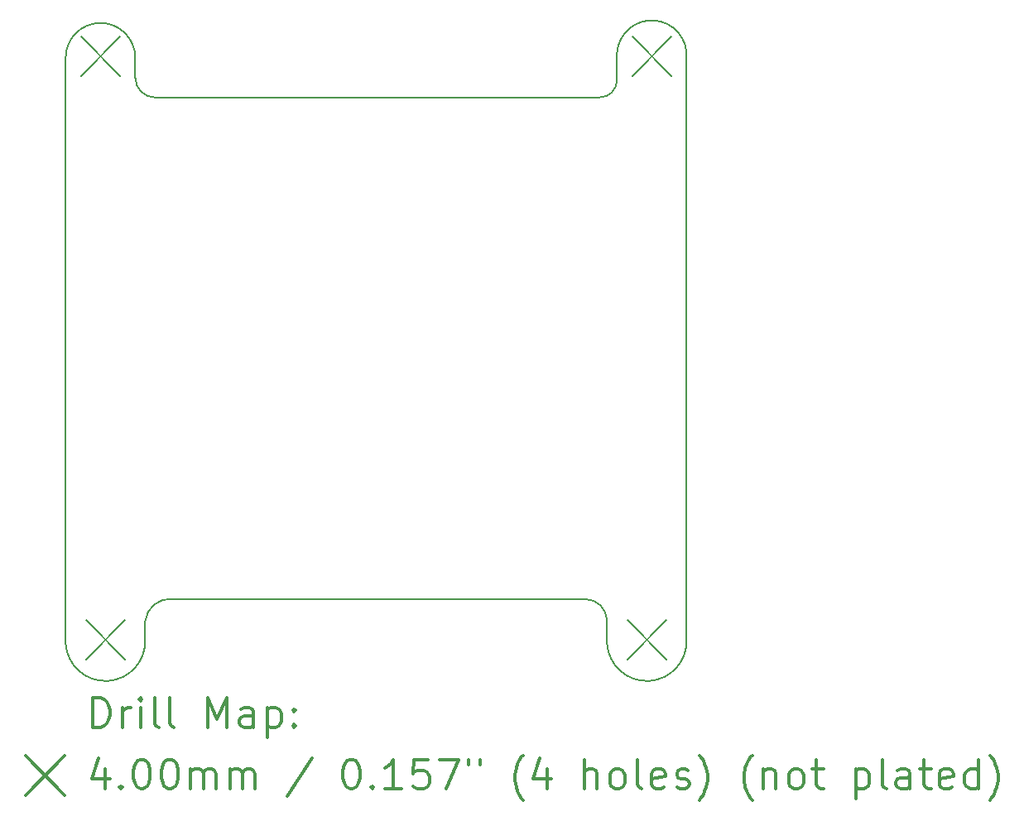
<source format=gbr>
%FSLAX45Y45*%
G04 Gerber Fmt 4.5, Leading zero omitted, Abs format (unit mm)*
G04 Created by KiCad (PCBNEW 5.0.0-rc3-unknown-3e22e5c~65~ubuntu16.04.1) date Wed Jul 11 23:21:29 2018*
%MOMM*%
%LPD*%
G01*
G04 APERTURE LIST*
%ADD10C,0.150000*%
%ADD11C,0.200000*%
%ADD12C,0.300000*%
G04 APERTURE END LIST*
D10*
X16179800Y-13030200D02*
G75*
G03X16560800Y-12598400I-25400J406400D01*
G01*
X15748000Y-12420600D02*
X15748000Y-12649200D01*
X15748000Y-12420600D02*
G75*
G03X15519400Y-12192000I-228600J0D01*
G01*
X16560800Y-12598400D02*
X16560800Y-12192000D01*
X15748000Y-12649200D02*
G75*
G03X16179800Y-13030200I406400J25400D01*
G01*
X11303000Y-12192000D02*
X15519400Y-12192000D01*
X11125200Y-7061200D02*
X15671800Y-7061200D01*
X11023600Y-12420600D02*
X11023600Y-12598400D01*
X11303000Y-12192000D02*
G75*
G03X11023600Y-12420600I-25400J-254000D01*
G01*
X15849600Y-6604000D02*
X15849600Y-6883400D01*
X15671800Y-7061200D02*
G75*
G03X15849600Y-6883400I0J177800D01*
G01*
X10922000Y-6654800D02*
X10922000Y-6858000D01*
X10922000Y-6858000D02*
G75*
G03X11125200Y-7061200I203200J0D01*
G01*
X10210800Y-12192000D02*
X10210800Y-12649200D01*
X10210800Y-12649200D02*
G75*
G03X10642600Y-13030200I406400J25400D01*
G01*
X10642600Y-13030200D02*
G75*
G03X11023600Y-12598400I-25400J406400D01*
G01*
X16560800Y-6654800D02*
X16560800Y-7061200D01*
X16230600Y-6273800D02*
G75*
G03X15849600Y-6604000I-25400J-355600D01*
G01*
X16560800Y-6654800D02*
G75*
G03X16230600Y-6273800I-355600J25400D01*
G01*
X10210800Y-6654800D02*
X10210800Y-7061200D01*
X10922000Y-6654800D02*
G75*
G03X10566400Y-6299200I-355600J0D01*
G01*
X10566400Y-6299200D02*
G75*
G03X10210800Y-6654800I0J-355600D01*
G01*
X10210800Y-7061200D02*
X10210800Y-12192000D01*
X16560800Y-12192000D02*
X16560800Y-7061200D01*
D11*
X10417200Y-12408560D02*
X10817200Y-12808560D01*
X10817200Y-12408560D02*
X10417200Y-12808560D01*
X10366400Y-6439560D02*
X10766400Y-6839560D01*
X10766400Y-6439560D02*
X10366400Y-6839560D01*
X15954400Y-12408560D02*
X16354400Y-12808560D01*
X16354400Y-12408560D02*
X15954400Y-12808560D01*
X16005200Y-6439560D02*
X16405200Y-6839560D01*
X16405200Y-6439560D02*
X16005200Y-6839560D01*
D12*
X10489728Y-13504207D02*
X10489728Y-13204207D01*
X10561157Y-13204207D01*
X10604014Y-13218493D01*
X10632586Y-13247064D01*
X10646871Y-13275636D01*
X10661157Y-13332779D01*
X10661157Y-13375636D01*
X10646871Y-13432779D01*
X10632586Y-13461350D01*
X10604014Y-13489922D01*
X10561157Y-13504207D01*
X10489728Y-13504207D01*
X10789728Y-13504207D02*
X10789728Y-13304207D01*
X10789728Y-13361350D02*
X10804014Y-13332779D01*
X10818300Y-13318493D01*
X10846871Y-13304207D01*
X10875443Y-13304207D01*
X10975443Y-13504207D02*
X10975443Y-13304207D01*
X10975443Y-13204207D02*
X10961157Y-13218493D01*
X10975443Y-13232779D01*
X10989728Y-13218493D01*
X10975443Y-13204207D01*
X10975443Y-13232779D01*
X11161157Y-13504207D02*
X11132586Y-13489922D01*
X11118300Y-13461350D01*
X11118300Y-13204207D01*
X11318300Y-13504207D02*
X11289728Y-13489922D01*
X11275443Y-13461350D01*
X11275443Y-13204207D01*
X11661157Y-13504207D02*
X11661157Y-13204207D01*
X11761157Y-13418493D01*
X11861157Y-13204207D01*
X11861157Y-13504207D01*
X12132586Y-13504207D02*
X12132586Y-13347064D01*
X12118300Y-13318493D01*
X12089728Y-13304207D01*
X12032586Y-13304207D01*
X12004014Y-13318493D01*
X12132586Y-13489922D02*
X12104014Y-13504207D01*
X12032586Y-13504207D01*
X12004014Y-13489922D01*
X11989728Y-13461350D01*
X11989728Y-13432779D01*
X12004014Y-13404207D01*
X12032586Y-13389922D01*
X12104014Y-13389922D01*
X12132586Y-13375636D01*
X12275443Y-13304207D02*
X12275443Y-13604207D01*
X12275443Y-13318493D02*
X12304014Y-13304207D01*
X12361157Y-13304207D01*
X12389728Y-13318493D01*
X12404014Y-13332779D01*
X12418300Y-13361350D01*
X12418300Y-13447064D01*
X12404014Y-13475636D01*
X12389728Y-13489922D01*
X12361157Y-13504207D01*
X12304014Y-13504207D01*
X12275443Y-13489922D01*
X12546871Y-13475636D02*
X12561157Y-13489922D01*
X12546871Y-13504207D01*
X12532586Y-13489922D01*
X12546871Y-13475636D01*
X12546871Y-13504207D01*
X12546871Y-13318493D02*
X12561157Y-13332779D01*
X12546871Y-13347064D01*
X12532586Y-13332779D01*
X12546871Y-13318493D01*
X12546871Y-13347064D01*
X9803300Y-13798493D02*
X10203300Y-14198493D01*
X10203300Y-13798493D02*
X9803300Y-14198493D01*
X10618300Y-13934207D02*
X10618300Y-14134207D01*
X10546871Y-13819922D02*
X10475443Y-14034207D01*
X10661157Y-14034207D01*
X10775443Y-14105636D02*
X10789728Y-14119922D01*
X10775443Y-14134207D01*
X10761157Y-14119922D01*
X10775443Y-14105636D01*
X10775443Y-14134207D01*
X10975443Y-13834207D02*
X11004014Y-13834207D01*
X11032586Y-13848493D01*
X11046871Y-13862779D01*
X11061157Y-13891350D01*
X11075443Y-13948493D01*
X11075443Y-14019922D01*
X11061157Y-14077064D01*
X11046871Y-14105636D01*
X11032586Y-14119922D01*
X11004014Y-14134207D01*
X10975443Y-14134207D01*
X10946871Y-14119922D01*
X10932586Y-14105636D01*
X10918300Y-14077064D01*
X10904014Y-14019922D01*
X10904014Y-13948493D01*
X10918300Y-13891350D01*
X10932586Y-13862779D01*
X10946871Y-13848493D01*
X10975443Y-13834207D01*
X11261157Y-13834207D02*
X11289728Y-13834207D01*
X11318300Y-13848493D01*
X11332586Y-13862779D01*
X11346871Y-13891350D01*
X11361157Y-13948493D01*
X11361157Y-14019922D01*
X11346871Y-14077064D01*
X11332586Y-14105636D01*
X11318300Y-14119922D01*
X11289728Y-14134207D01*
X11261157Y-14134207D01*
X11232586Y-14119922D01*
X11218300Y-14105636D01*
X11204014Y-14077064D01*
X11189728Y-14019922D01*
X11189728Y-13948493D01*
X11204014Y-13891350D01*
X11218300Y-13862779D01*
X11232586Y-13848493D01*
X11261157Y-13834207D01*
X11489728Y-14134207D02*
X11489728Y-13934207D01*
X11489728Y-13962779D02*
X11504014Y-13948493D01*
X11532586Y-13934207D01*
X11575443Y-13934207D01*
X11604014Y-13948493D01*
X11618300Y-13977064D01*
X11618300Y-14134207D01*
X11618300Y-13977064D02*
X11632586Y-13948493D01*
X11661157Y-13934207D01*
X11704014Y-13934207D01*
X11732586Y-13948493D01*
X11746871Y-13977064D01*
X11746871Y-14134207D01*
X11889728Y-14134207D02*
X11889728Y-13934207D01*
X11889728Y-13962779D02*
X11904014Y-13948493D01*
X11932586Y-13934207D01*
X11975443Y-13934207D01*
X12004014Y-13948493D01*
X12018300Y-13977064D01*
X12018300Y-14134207D01*
X12018300Y-13977064D02*
X12032586Y-13948493D01*
X12061157Y-13934207D01*
X12104014Y-13934207D01*
X12132586Y-13948493D01*
X12146871Y-13977064D01*
X12146871Y-14134207D01*
X12732586Y-13819922D02*
X12475443Y-14205636D01*
X13118300Y-13834207D02*
X13146871Y-13834207D01*
X13175443Y-13848493D01*
X13189728Y-13862779D01*
X13204014Y-13891350D01*
X13218300Y-13948493D01*
X13218300Y-14019922D01*
X13204014Y-14077064D01*
X13189728Y-14105636D01*
X13175443Y-14119922D01*
X13146871Y-14134207D01*
X13118300Y-14134207D01*
X13089728Y-14119922D01*
X13075443Y-14105636D01*
X13061157Y-14077064D01*
X13046871Y-14019922D01*
X13046871Y-13948493D01*
X13061157Y-13891350D01*
X13075443Y-13862779D01*
X13089728Y-13848493D01*
X13118300Y-13834207D01*
X13346871Y-14105636D02*
X13361157Y-14119922D01*
X13346871Y-14134207D01*
X13332586Y-14119922D01*
X13346871Y-14105636D01*
X13346871Y-14134207D01*
X13646871Y-14134207D02*
X13475443Y-14134207D01*
X13561157Y-14134207D02*
X13561157Y-13834207D01*
X13532586Y-13877064D01*
X13504014Y-13905636D01*
X13475443Y-13919922D01*
X13918300Y-13834207D02*
X13775443Y-13834207D01*
X13761157Y-13977064D01*
X13775443Y-13962779D01*
X13804014Y-13948493D01*
X13875443Y-13948493D01*
X13904014Y-13962779D01*
X13918300Y-13977064D01*
X13932586Y-14005636D01*
X13932586Y-14077064D01*
X13918300Y-14105636D01*
X13904014Y-14119922D01*
X13875443Y-14134207D01*
X13804014Y-14134207D01*
X13775443Y-14119922D01*
X13761157Y-14105636D01*
X14032586Y-13834207D02*
X14232586Y-13834207D01*
X14104014Y-14134207D01*
X14332586Y-13834207D02*
X14332586Y-13891350D01*
X14446871Y-13834207D02*
X14446871Y-13891350D01*
X14889728Y-14248493D02*
X14875443Y-14234207D01*
X14846871Y-14191350D01*
X14832586Y-14162779D01*
X14818300Y-14119922D01*
X14804014Y-14048493D01*
X14804014Y-13991350D01*
X14818300Y-13919922D01*
X14832586Y-13877064D01*
X14846871Y-13848493D01*
X14875443Y-13805636D01*
X14889728Y-13791350D01*
X15132586Y-13934207D02*
X15132586Y-14134207D01*
X15061157Y-13819922D02*
X14989728Y-14034207D01*
X15175443Y-14034207D01*
X15518300Y-14134207D02*
X15518300Y-13834207D01*
X15646871Y-14134207D02*
X15646871Y-13977064D01*
X15632586Y-13948493D01*
X15604014Y-13934207D01*
X15561157Y-13934207D01*
X15532586Y-13948493D01*
X15518300Y-13962779D01*
X15832586Y-14134207D02*
X15804014Y-14119922D01*
X15789728Y-14105636D01*
X15775443Y-14077064D01*
X15775443Y-13991350D01*
X15789728Y-13962779D01*
X15804014Y-13948493D01*
X15832586Y-13934207D01*
X15875443Y-13934207D01*
X15904014Y-13948493D01*
X15918300Y-13962779D01*
X15932586Y-13991350D01*
X15932586Y-14077064D01*
X15918300Y-14105636D01*
X15904014Y-14119922D01*
X15875443Y-14134207D01*
X15832586Y-14134207D01*
X16104014Y-14134207D02*
X16075443Y-14119922D01*
X16061157Y-14091350D01*
X16061157Y-13834207D01*
X16332586Y-14119922D02*
X16304014Y-14134207D01*
X16246871Y-14134207D01*
X16218300Y-14119922D01*
X16204014Y-14091350D01*
X16204014Y-13977064D01*
X16218300Y-13948493D01*
X16246871Y-13934207D01*
X16304014Y-13934207D01*
X16332586Y-13948493D01*
X16346871Y-13977064D01*
X16346871Y-14005636D01*
X16204014Y-14034207D01*
X16461157Y-14119922D02*
X16489728Y-14134207D01*
X16546871Y-14134207D01*
X16575443Y-14119922D01*
X16589728Y-14091350D01*
X16589728Y-14077064D01*
X16575443Y-14048493D01*
X16546871Y-14034207D01*
X16504014Y-14034207D01*
X16475443Y-14019922D01*
X16461157Y-13991350D01*
X16461157Y-13977064D01*
X16475443Y-13948493D01*
X16504014Y-13934207D01*
X16546871Y-13934207D01*
X16575443Y-13948493D01*
X16689728Y-14248493D02*
X16704014Y-14234207D01*
X16732586Y-14191350D01*
X16746871Y-14162779D01*
X16761157Y-14119922D01*
X16775443Y-14048493D01*
X16775443Y-13991350D01*
X16761157Y-13919922D01*
X16746871Y-13877064D01*
X16732586Y-13848493D01*
X16704014Y-13805636D01*
X16689728Y-13791350D01*
X17232586Y-14248493D02*
X17218300Y-14234207D01*
X17189728Y-14191350D01*
X17175443Y-14162779D01*
X17161157Y-14119922D01*
X17146871Y-14048493D01*
X17146871Y-13991350D01*
X17161157Y-13919922D01*
X17175443Y-13877064D01*
X17189728Y-13848493D01*
X17218300Y-13805636D01*
X17232586Y-13791350D01*
X17346871Y-13934207D02*
X17346871Y-14134207D01*
X17346871Y-13962779D02*
X17361157Y-13948493D01*
X17389728Y-13934207D01*
X17432586Y-13934207D01*
X17461157Y-13948493D01*
X17475443Y-13977064D01*
X17475443Y-14134207D01*
X17661157Y-14134207D02*
X17632586Y-14119922D01*
X17618300Y-14105636D01*
X17604014Y-14077064D01*
X17604014Y-13991350D01*
X17618300Y-13962779D01*
X17632586Y-13948493D01*
X17661157Y-13934207D01*
X17704014Y-13934207D01*
X17732586Y-13948493D01*
X17746871Y-13962779D01*
X17761157Y-13991350D01*
X17761157Y-14077064D01*
X17746871Y-14105636D01*
X17732586Y-14119922D01*
X17704014Y-14134207D01*
X17661157Y-14134207D01*
X17846871Y-13934207D02*
X17961157Y-13934207D01*
X17889728Y-13834207D02*
X17889728Y-14091350D01*
X17904014Y-14119922D01*
X17932586Y-14134207D01*
X17961157Y-14134207D01*
X18289728Y-13934207D02*
X18289728Y-14234207D01*
X18289728Y-13948493D02*
X18318300Y-13934207D01*
X18375443Y-13934207D01*
X18404014Y-13948493D01*
X18418300Y-13962779D01*
X18432586Y-13991350D01*
X18432586Y-14077064D01*
X18418300Y-14105636D01*
X18404014Y-14119922D01*
X18375443Y-14134207D01*
X18318300Y-14134207D01*
X18289728Y-14119922D01*
X18604014Y-14134207D02*
X18575443Y-14119922D01*
X18561157Y-14091350D01*
X18561157Y-13834207D01*
X18846871Y-14134207D02*
X18846871Y-13977064D01*
X18832586Y-13948493D01*
X18804014Y-13934207D01*
X18746871Y-13934207D01*
X18718300Y-13948493D01*
X18846871Y-14119922D02*
X18818300Y-14134207D01*
X18746871Y-14134207D01*
X18718300Y-14119922D01*
X18704014Y-14091350D01*
X18704014Y-14062779D01*
X18718300Y-14034207D01*
X18746871Y-14019922D01*
X18818300Y-14019922D01*
X18846871Y-14005636D01*
X18946871Y-13934207D02*
X19061157Y-13934207D01*
X18989728Y-13834207D02*
X18989728Y-14091350D01*
X19004014Y-14119922D01*
X19032586Y-14134207D01*
X19061157Y-14134207D01*
X19275443Y-14119922D02*
X19246871Y-14134207D01*
X19189728Y-14134207D01*
X19161157Y-14119922D01*
X19146871Y-14091350D01*
X19146871Y-13977064D01*
X19161157Y-13948493D01*
X19189728Y-13934207D01*
X19246871Y-13934207D01*
X19275443Y-13948493D01*
X19289728Y-13977064D01*
X19289728Y-14005636D01*
X19146871Y-14034207D01*
X19546871Y-14134207D02*
X19546871Y-13834207D01*
X19546871Y-14119922D02*
X19518300Y-14134207D01*
X19461157Y-14134207D01*
X19432586Y-14119922D01*
X19418300Y-14105636D01*
X19404014Y-14077064D01*
X19404014Y-13991350D01*
X19418300Y-13962779D01*
X19432586Y-13948493D01*
X19461157Y-13934207D01*
X19518300Y-13934207D01*
X19546871Y-13948493D01*
X19661157Y-14248493D02*
X19675443Y-14234207D01*
X19704014Y-14191350D01*
X19718300Y-14162779D01*
X19732586Y-14119922D01*
X19746871Y-14048493D01*
X19746871Y-13991350D01*
X19732586Y-13919922D01*
X19718300Y-13877064D01*
X19704014Y-13848493D01*
X19675443Y-13805636D01*
X19661157Y-13791350D01*
M02*

</source>
